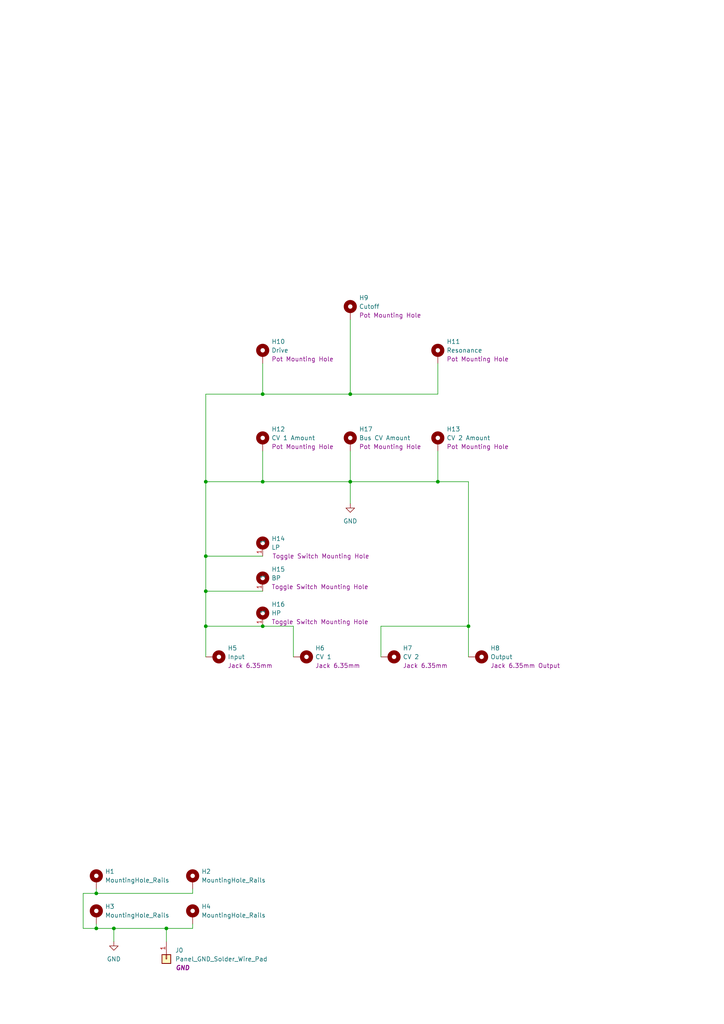
<source format=kicad_sch>
(kicad_sch (version 20231120) (generator "eeschema") (generator_version "8.0")
  (paper "A4" portrait)
  (title_block (title "Kosmo Format Front Panel - 10 cm") (company "DMH Instruments"))
  (lib_symbols
    (symbol "MountingHole_ToggleSwitch_1" (pin_names (offset 1.016)) (exclude_from_sim yes) (in_bom no)
      (property "Reference" "H" (at 0 5.08 0))
      (property "Value" "Function" (at 0 3.175 0))
      (property "Description" "Toggle Switch Mounting Hole" (at 0 0 0))
      (symbol "MountingHole_ToggleSwitch_1_0_1"
        (circle (center 0 0) (radius 1.27) (stroke (width 1.27)))
      )
      (symbol "MountingHole_ToggleSwitch_1_1_1"
        (pin input line (at 0 -3.81 90) (length 2.54) (name "1") (number "1"))
      )
    )
    (symbol "SynthStuff:MountingHole_Jack6.35mm_Output_v2" (pin_numbers hide) (pin_names (offset 1.016) hide) (exclude_from_sim yes) (in_bom no)
      (property "Reference" "H" (at 0 5.08 0))
      (property "Value" "SIGNAL NAME" (at 0 3.175 0))
      (property "Description" "Jack 6.35mm Output" (at 0.254 -3.302 0))
      (symbol "MountingHole_Jack6.35mm_Output_v2_0_1"
        (circle (center 0 0) (radius 1.27) (stroke (width 1.27)))
      )
      (symbol "MountingHole_Jack6.35mm_Output_v2_1_1"
        (pin input line (at -3.81 0 0) (length 2.54) (name "1") (number "1"))
      )
    )
    (symbol "SynthStuff:MountingHole_Jack6.35mm_v2" (pin_numbers hide) (pin_names (offset 1.016) hide) (exclude_from_sim yes) (in_bom no)
      (property "Reference" "H" (at 0 5.08 0))
      (property "Value" "SIGNAL NAME" (at 0 3.175 0))
      (property "Description" "Jack 6.35mm" (at 0 -3.048 0))
      (symbol "MountingHole_Jack6.35mm_v2_0_1"
        (circle (center 0 0) (radius 1.27) (stroke (width 1.27)))
      )
      (symbol "MountingHole_Jack6.35mm_v2_1_1"
        (pin input line (at -3.81 0 0) (length 2.54) (name "1") (number "1"))
      )
    )
    (symbol "SynthStuff:MountingHole_Pot" (pin_numbers hide) (pin_names (offset 1.016) hide) (exclude_from_sim yes) (in_bom no)
      (property "Reference" "H" (at 0 6.35 0))
      (property "Value" "Function" (at 0 4.445 0))
      (property "Description" "Pot Mounting Hole" (at 0 0 0))
      (symbol "MountingHole_Pot_0_1"
        (circle (center 0 1.27) (radius 1.27) (stroke (width 1.27)))
      )
      (symbol "MountingHole_Pot_1_1"
        (pin input line (at 0 -2.54 90) (length 2.54) (name "1") (number "1"))
      )
    )
    (symbol "SynthStuff:MountingHole_Rails" (pin_numbers hide) (pin_names (offset 1.016) hide) (exclude_from_sim yes) (in_bom no)
      (property "Reference" "H" (at 0 6.35 0))
      (property "Value" "MountingHole_Rails" (at 0 4.445 0))
      (symbol "MountingHole_Rails_0_1"
        (circle (center 0 1.27) (radius 1.27) (stroke (width 1.27)))
      )
      (symbol "MountingHole_Rails_1_1"
        (pin input line (at 0 -2.54 90) (length 2.54) (name "1") (number "1"))
      )
    )
    (symbol "SynthStuff:MountingHole_ToggleSwitch" (pin_names (offset 1.016)) (exclude_from_sim yes) (in_bom no)
      (property "Reference" "H" (at 0 5.08 0))
      (property "Value" "Function" (at 0 3.175 0))
      (property "Description" "Toggle Switch Mounting Hole" (at 0 0 0))
      (symbol "MountingHole_ToggleSwitch_0_1"
        (circle (center 0 0) (radius 1.27) (stroke (width 1.27)))
      )
      (symbol "MountingHole_ToggleSwitch_1_1"
        (pin input line (at 0 -3.81 90) (length 2.54) (name "1") (number "1"))
      )
    )
    (symbol "SynthStuff:Panel_GND_Solder_Wire_Pad" (pin_names (offset 1.016) hide) (in_bom no)
      (property "Reference" "J" (at 0 2.54 0))
      (property "Value" "Panel_GND_Solder_Wire_Pad" (at 0 -5.08 0))
      (property "Function" "Panel GND" (at 0 -2.794 0))
      (symbol "Panel_GND_Solder_Wire_Pad_1_1"
        (rectangle (start -1.27 0.127) (end 0 -0.127) (stroke (width 0.1524)))
        (rectangle (start -1.27 1.27) (end 1.27 -1.27) (stroke (width 0.254)) (fill (type background)))
        (pin power_out line (at -5.08 0 0) (length 3.81) (name "Pin_1") (number "1"))
      )
    )
    (symbol "power:GND" (power) (pin_numbers hide) (pin_names (offset 0) hide)
      (property "Value" "GND" (at 0 -3.81 0))
      (symbol "GND_0_1"
        (polyline (pts (xy 0 0) (xy 0 -1.27) (xy 1.27 -1.27) (xy 0 -2.54) (xy -1.27 -1.27) (xy 0 -1.27)))
      )
      (symbol "GND_1_1"
        (pin power_in line (at 0 0 270) (length 0) (name "~") (number "1"))
      )
    )
  )
  (junction (at 59.69 139.7))
  (junction (at 101.6 114.3))
  (junction (at 76.2 181.61))
  (junction (at 76.2 114.3))
  (junction (at 27.94 269.24))
  (junction (at 101.6 139.7))
  (junction (at 33.02 269.24))
  (junction (at 59.69 161.29))
  (junction (at 48.26 269.24))
  (junction (at 135.89 181.61))
  (junction (at 27.94 259.08))
  (junction (at 59.69 171.45))
  (junction (at 59.69 181.61))
  (junction (at 76.2 139.7))
  (junction (at 127 139.7))
  (wire (pts (xy 101.6 114.3) (xy 127 114.3)))
  (wire (pts (xy 55.88 267.97) (xy 55.88 269.24)))
  (wire (pts (xy 59.69 161.29) (xy 59.69 139.7)))
  (wire (pts (xy 127 105.41) (xy 127 114.3)))
  (wire (pts (xy 76.2 105.41) (xy 76.2 114.3)))
  (wire (pts (xy 135.89 181.61) (xy 135.89 139.7)))
  (wire (pts (xy 27.94 259.08) (xy 55.88 259.08)))
  (wire (pts (xy 27.94 269.24) (xy 27.94 267.97)))
  (wire (pts (xy 101.6 139.7) (xy 101.6 146.05)))
  (wire (pts (xy 135.89 190.5) (xy 135.89 181.61)))
  (wire (pts (xy 24.13 269.24) (xy 27.94 269.24)))
  (wire (pts (xy 59.69 161.29) (xy 76.2 161.29)))
  (wire (pts (xy 101.6 139.7) (xy 127 139.7)))
  (wire (pts (xy 127 139.7) (xy 135.89 139.7)))
  (wire (pts (xy 48.26 269.24) (xy 48.26 273.05)))
  (wire (pts (xy 59.69 114.3) (xy 59.69 139.7)))
  (wire (pts (xy 127 130.81) (xy 127 139.7)))
  (wire (pts (xy 101.6 92.71) (xy 101.6 114.3)))
  (wire (pts (xy 59.69 181.61) (xy 59.69 171.45)))
  (wire (pts (xy 24.13 259.08) (xy 27.94 259.08)))
  (wire (pts (xy 101.6 130.81) (xy 101.6 139.7)))
  (wire (pts (xy 33.02 269.24) (xy 33.02 273.05)))
  (wire (pts (xy 24.13 259.08) (xy 24.13 269.24)))
  (wire (pts (xy 76.2 181.61) (xy 85.09 181.61)))
  (wire (pts (xy 55.88 257.81) (xy 55.88 259.08)))
  (wire (pts (xy 59.69 190.5) (xy 59.69 181.61)))
  (wire (pts (xy 76.2 139.7) (xy 101.6 139.7)))
  (wire (pts (xy 110.49 190.5) (xy 110.49 181.61)))
  (wire (pts (xy 59.69 139.7) (xy 76.2 139.7)))
  (wire (pts (xy 76.2 114.3) (xy 59.69 114.3)))
  (wire (pts (xy 27.94 259.08) (xy 27.94 257.81)))
  (wire (pts (xy 59.69 181.61) (xy 76.2 181.61)))
  (wire (pts (xy 110.49 181.61) (xy 135.89 181.61)))
  (wire (pts (xy 48.26 269.24) (xy 55.88 269.24)))
  (wire (pts (xy 85.09 190.5) (xy 85.09 181.61)))
  (wire (pts (xy 27.94 269.24) (xy 33.02 269.24)))
  (wire (pts (xy 59.69 171.45) (xy 59.69 161.29)))
  (wire (pts (xy 76.2 130.81) (xy 76.2 139.7)))
  (wire (pts (xy 59.69 171.45) (xy 76.2 171.45)))
  (wire (pts (xy 76.2 114.3) (xy 101.6 114.3)))
  (wire (pts (xy 33.02 269.24) (xy 48.26 269.24)))
  (symbol (lib_id "power:GND") (at 101.6 146.05 0) (unit 1)
    (property "Reference" "#PWR02" (effects (hide yes)))
    (property "Value" "GND" (at 101.6 151.13 0))
    (property "Description" "Power symbol creates a global label with name \"GND\" , ground" (effects (hide yes)))
  )
  (symbol (lib_id "SynthStuff:MountingHole_Rails") (at 55.88 255.27 0) (unit 1) (exclude_from_sim yes) (in_bom no)
    (property "Reference" "H2" (at 58.42 252.7299 0) (effects (justify left)))
    (property "Value" "MountingHole_Rails" (at 58.42 255.2699 0) (effects (justify left)))
    (property "Footprint" "SynthStuff:MountingHole_Rails" (effects (hide yes)))
    (property "Description" "Mounting Hole with connection" (effects (hide yes)))
  )
  (symbol (lib_id "SynthStuff:MountingHole_Pot") (at 127 102.87 0) (unit 1) (exclude_from_sim yes) (in_bom no)
    (property "Reference" "H11" (at 129.54 99.0599 0) (effects (justify left)))
    (property "Value" "Resonance" (at 129.54 101.5999 0) (effects (justify left)))
    (property "Footprint" "SynthStuff:Pot_Cutout_Medium" (effects (hide yes)))
    (property "Description" "Pot Mounting Hole" (at 129.54 104.1399 0) (effects (justify left)))
  )
  (symbol (lib_id "SynthStuff:MountingHole_Jack6.35mm_v2") (at 114.3 190.5 0) (unit 1) (exclude_from_sim yes) (in_bom no)
    (property "Reference" "H7" (at 116.84 187.9599 0) (effects (justify left)))
    (property "Value" "CV 2" (at 116.84 190.4999 0) (effects (justify left)))
    (property "Footprint" "SynthStuff:Jack_6.35mm_Cutout_v3" (effects (hide yes)))
    (property "Description" "Jack 6.35mm" (at 116.84 193.0399 0) (effects (justify left)))
  )
  (symbol (lib_id "SynthStuff:MountingHole_Pot") (at 101.6 90.17 0) (unit 1) (exclude_from_sim yes) (in_bom no)
    (property "Reference" "H9" (at 104.14 86.3599 0) (effects (justify left)))
    (property "Value" "Cutoff" (at 104.14 88.8999 0) (effects (justify left)))
    (property "Footprint" "SynthStuff:Pot_Cutout_Huge_v2" (effects (hide yes)))
    (property "Description" "Pot Mounting Hole" (at 104.14 91.4399 0) (effects (justify left)))
  )
  (symbol (lib_id "SynthStuff:MountingHole_Pot") (at 76.2 128.27 0) (unit 1) (exclude_from_sim yes) (in_bom no)
    (property "Reference" "H12" (at 78.74 124.4599 0) (effects (justify left)))
    (property "Value" "CV 1 Amount" (at 78.74 126.9999 0) (effects (justify left)))
    (property "Footprint" "SynthStuff:Pot_Cutout_Tiny" (effects (hide yes)))
    (property "Description" "Pot Mounting Hole" (at 78.74 129.5399 0) (effects (justify left)))
  )
  (symbol (lib_id "SynthStuff:MountingHole_Pot") (at 127 128.27 0) (unit 1) (exclude_from_sim yes) (in_bom no)
    (property "Reference" "H13" (at 129.54 124.4599 0) (effects (justify left)))
    (property "Value" "CV 2 Amount" (at 129.54 126.9999 0) (effects (justify left)))
    (property "Footprint" "SynthStuff:Pot_Cutout_Tiny" (effects (hide yes)))
    (property "Description" "Pot Mounting Hole" (at 129.54 129.5399 0) (effects (justify left)))
  )
  (symbol (lib_id "power:GND") (at 33.02 273.05 0) (unit 1)
    (property "Reference" "#PWR01" (effects (hide yes)))
    (property "Value" "GND" (at 33.02 278.13 0))
    (property "Description" "Power symbol creates a global label with name \"GND\" , ground" (effects (hide yes)))
  )
  (symbol (lib_name "MountingHole_ToggleSwitch_1") (lib_id "SynthStuff:MountingHole_ToggleSwitch") (at 76.2 157.48 0) (unit 1) (exclude_from_sim yes) (in_bom no)
    (property "Reference" "H14" (at 78.74 156.2099 0) (effects (justify left)))
    (property "Value" "LP" (at 78.74 158.7499 0) (effects (justify left)))
    (property "Footprint" "SynthStuff:Toggle_Switch_Cutout" (effects (hide yes)))
    (property "Description" "Toggle Switch Mounting Hole" (at 78.994 161.29 0) (effects (justify left)))
    (property "Function" "LP" (effects (hide yes)))
  )
  (symbol (lib_id "SynthStuff:MountingHole_Jack6.35mm_v2") (at 63.5 190.5 0) (unit 1) (exclude_from_sim yes) (in_bom no)
    (property "Reference" "H5" (at 66.04 187.9599 0) (effects (justify left)))
    (property "Value" "Input" (at 66.04 190.4999 0) (effects (justify left)))
    (property "Footprint" "SynthStuff:Jack_6.35mm_Cutout_v3" (effects (hide yes)))
    (property "Description" "Jack 6.35mm" (at 66.04 193.0399 0) (effects (justify left)))
  )
  (symbol (lib_id "SynthStuff:MountingHole_ToggleSwitch") (at 76.2 167.64 0) (unit 1) (exclude_from_sim yes) (in_bom no)
    (property "Reference" "H15" (at 78.74 165.0999 0) (effects (justify left)))
    (property "Value" "BP" (at 78.74 167.6399 0) (effects (justify left)))
    (property "Footprint" "SynthStuff:Toggle_Switch_Cutout" (effects (hide yes)))
    (property "Description" "Toggle Switch Mounting Hole" (at 78.74 170.1799 0) (effects (justify left)))
  )
  (symbol (lib_id "SynthStuff:MountingHole_Rails") (at 27.94 265.43 0) (unit 1) (exclude_from_sim yes) (in_bom no)
    (property "Reference" "H3" (at 30.48 262.8899 0) (effects (justify left)))
    (property "Value" "MountingHole_Rails" (at 30.48 265.4299 0) (effects (justify left)))
    (property "Footprint" "SynthStuff:MountingHole_Rails" (effects (hide yes)))
    (property "Description" "Mounting Hole with connection" (effects (hide yes)))
  )
  (symbol (lib_id "SynthStuff:MountingHole_Jack6.35mm_Output_v2") (at 139.7 190.5 0) (unit 1) (exclude_from_sim yes) (in_bom no)
    (property "Reference" "H8" (at 142.24 187.9599 0) (effects (justify left)))
    (property "Value" "Output" (at 142.24 190.4999 0) (effects (justify left)))
    (property "Footprint" "SynthStuff:Jack_6.35mm_Cutout_Output_v6" (effects (hide yes)))
    (property "Description" "Jack 6.35mm Output" (at 142.24 193.0399 0) (effects (justify left)))
  )
  (symbol (lib_id "SynthStuff:MountingHole_Pot") (at 101.6 128.27 0) (unit 1) (exclude_from_sim yes) (in_bom no)
    (property "Reference" "H17" (at 104.14 124.4599 0) (effects (justify left)))
    (property "Value" "Bus CV Amount" (at 104.14 126.9999 0) (effects (justify left)))
    (property "Footprint" "SynthStuff:Pot_Cutout_Tiny" (effects (hide yes)))
    (property "Description" "Pot Mounting Hole" (at 104.14 129.5399 0) (effects (justify left)))
  )
  (symbol (lib_id "SynthStuff:MountingHole_Pot") (at 76.2 102.87 0) (unit 1) (exclude_from_sim yes) (in_bom no)
    (property "Reference" "H10" (at 78.74 99.0599 0) (effects (justify left)))
    (property "Value" "Drive" (at 78.74 101.5999 0) (effects (justify left)))
    (property "Footprint" "SynthStuff:Pot_Cutout_Medium" (effects (hide yes)))
    (property "Description" "Pot Mounting Hole" (at 78.74 104.1399 0) (effects (justify left)))
  )
  (symbol (lib_id "SynthStuff:MountingHole_Rails") (at 55.88 265.43 0) (unit 1) (exclude_from_sim yes) (in_bom no)
    (property "Reference" "H4" (at 58.42 262.8899 0) (effects (justify left)))
    (property "Value" "MountingHole_Rails" (at 58.42 265.4299 0) (effects (justify left)))
    (property "Footprint" "SynthStuff:MountingHole_Rails" (effects (hide yes)))
    (property "Description" "Mounting Hole with connection" (effects (hide yes)))
  )
  (symbol (lib_id "SynthStuff:MountingHole_Jack6.35mm_v2") (at 88.9 190.5 0) (unit 1) (exclude_from_sim yes) (in_bom no)
    (property "Reference" "H6" (at 91.44 187.9599 0) (effects (justify left)))
    (property "Value" "CV 1" (at 91.44 190.4999 0) (effects (justify left)))
    (property "Footprint" "SynthStuff:Jack_6.35mm_Cutout_v3" (effects (hide yes)))
    (property "Description" "Jack 6.35mm" (at 91.44 193.0399 0) (effects (justify left)))
  )
  (symbol (lib_id "SynthStuff:MountingHole_ToggleSwitch") (at 76.2 177.8 0) (unit 1) (exclude_from_sim yes) (in_bom no)
    (property "Reference" "H16" (at 78.74 175.2599 0) (effects (justify left)))
    (property "Value" "HP" (at 78.74 177.7999 0) (effects (justify left)))
    (property "Footprint" "SynthStuff:Toggle_Switch_Cutout" (effects (hide yes)))
    (property "Description" "Toggle Switch Mounting Hole" (at 78.74 180.3399 0) (effects (justify left)))
  )
  (symbol (lib_id "SynthStuff:Panel_GND_Solder_Wire_Pad") (at 48.26 278.13 270) (unit 1) (in_bom no)
    (property "Reference" "J0" (at 50.8 275.5899 90) (effects (justify left)))
    (property "Value" "Panel_GND_Solder_Wire_Pad" (at 50.8 278.1299 90) (effects (justify left)))
    (property "Footprint" "SynthStuff:Panel_GND_SolderWirePad_5x10mm" (effects (hide yes)))
    (property "Description" "Solder pad to allow connection between PCB and Front Panel" (effects (hide yes)))
    (property "Function" "GND" (at 50.8 280.67 90) (effects (font (thickness 0.254) (bold yes) (italic yes)) (justify left)))
  )
  (symbol (lib_id "SynthStuff:MountingHole_Rails") (at 27.94 255.27 0) (unit 1) (exclude_from_sim yes) (in_bom no)
    (property "Reference" "H1" (at 30.48 252.7299 0) (effects (justify left)))
    (property "Value" "MountingHole_Rails" (at 30.48 255.2699 0) (effects (justify left)))
    (property "Footprint" "SynthStuff:MountingHole_Rails" (effects (hide yes)))
    (property "Description" "Mounting Hole with connection" (effects (hide yes)))
  )
)
</source>
